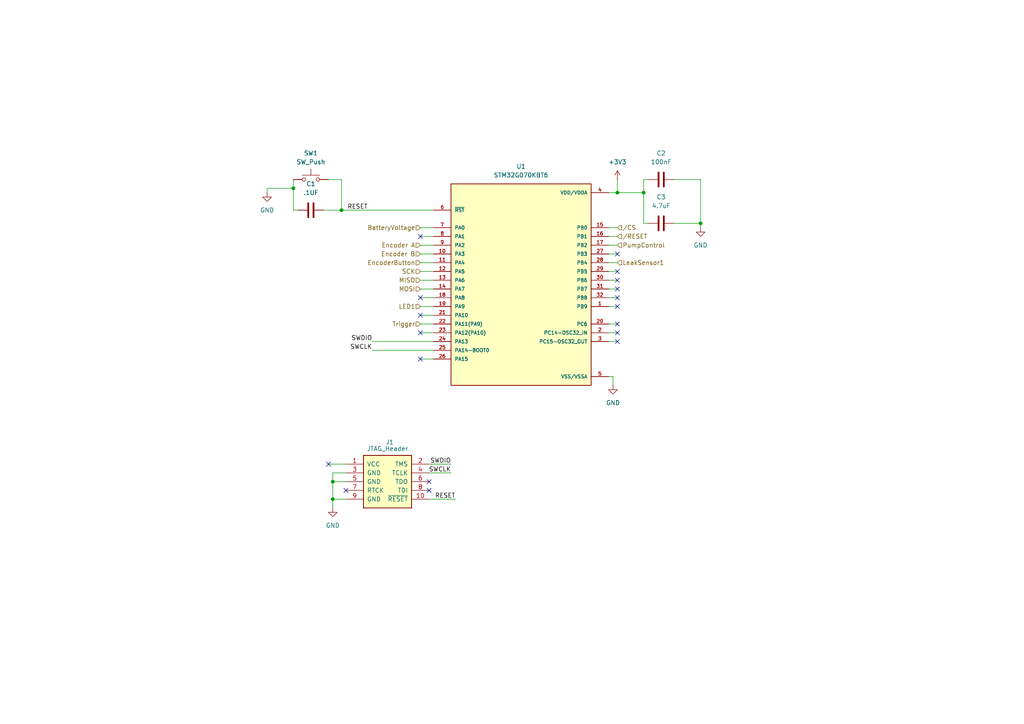
<source format=kicad_sch>
(kicad_sch (version 20250114) (generator "eeschema") (generator_version "9.0")
  (paper "A4")
  (lib_symbols
    (symbol "Connector_ISC:JTAG_header" (pin_names (offset 1.016))
      (property "Reference" "J" (at -5.08 -2.54 0))
      (property "Value" "JTAG_header" (at 0 -21.59 0))
      (symbol "JTAG_header_0_1"
        (rectangle (start -6.35 -3.81) (end 7.62 -19.05) (stroke (width 0.254)) (fill (type background)))
      )
      (symbol "JTAG_header_1_1"
        (pin passive line (at -11.43 -6.35 0) (length 5.08) (name "VCC") (number "1"))
        (pin passive line (at -11.43 -8.89 0) (length 5.08) (name "GND") (number "3"))
        (pin passive line (at -11.43 -11.43 0) (length 5.08) (name "GND") (number "5"))
        (pin passive line (at -11.43 -13.97 0) (length 5.08) (name "RTCK") (number "7"))
        (pin passive line (at -11.43 -16.51 0) (length 5.08) (name "GND") (number "9"))
        (pin passive line (at 12.7 -6.35 180) (length 5.08) (name "TMS") (number "2"))
        (pin passive line (at 12.7 -8.89 180) (length 5.08) (name "TCLK") (number "4"))
        (pin passive line (at 12.7 -11.43 180) (length 5.08) (name "TDO") (number "6"))
        (pin passive line (at 12.7 -13.97 180) (length 5.08) (name "TDI") (number "8"))
        (pin passive line (at 12.7 -16.51 180) (length 5.08) (name "~{RESET}") (number "10"))
      )
    )
    (symbol "Device:C" (pin_numbers (hide yes)) (pin_names (offset 0.254))
      (property "Reference" "C" (at 0.635 2.54 0))
      (property "Value" "C" (at 0.635 -2.54 0))
      (symbol "C_0_1"
        (polyline (pts (xy -2.032 0.762) (xy 2.032 0.762)) (stroke (width 0.508)))
        (polyline (pts (xy -2.032 -0.762) (xy 2.032 -0.762)) (stroke (width 0.508)))
      )
      (symbol "C_1_1"
        (pin passive line (at 0 3.81 270) (length 2.794) (name "~") (number "1"))
        (pin passive line (at 0 -3.81 90) (length 2.794) (name "~") (number "2"))
      )
    )
    (symbol "Switch:SW_Push" (pin_numbers (hide yes)) (pin_names (offset 1.016) (hide yes))
      (property "Reference" "SW" (at 1.27 2.54 0))
      (property "Value" "SW_Push" (at 0 -1.524 0))
      (symbol "SW_Push_0_1"
        (circle (center -2.032 0) (radius 0.508))
        (polyline (pts (xy 0 1.27) (xy 0 3.048)))
        (circle (center 2.032 0) (radius 0.508))
        (polyline (pts (xy 2.54 1.27) (xy -2.54 1.27)))
        (pin passive line (at -5.08 0 0) (length 2.54) (name "1") (number "1"))
        (pin passive line (at 5.08 0 180) (length 2.54) (name "2") (number "2"))
      )
    )
    (symbol "WaterBlaster:STM32G070KBT6" (pin_names (offset 1.016))
      (property "Reference" "U" (at -20.32 28.702 0))
      (property "Value" "STM32G070KBT6" (at -20.32 -33.02 0))
      (symbol "STM32G070KBT6_0_0"
        (rectangle (start -20.32 -30.48) (end 20.32 27.94) (stroke (width 0.254)) (fill (type background)))
        (pin bidirectional line (at -25.4 20.32 0) (length 5.08) (name "~{RST}") (number "6"))
        (pin bidirectional line (at -25.4 15.24 0) (length 5.08) (name "PA0") (number "7"))
        (pin bidirectional line (at -25.4 12.7 0) (length 5.08) (name "PA1") (number "8"))
        (pin bidirectional line (at -25.4 10.16 0) (length 5.08) (name "PA2") (number "9"))
        (pin bidirectional line (at -25.4 7.62 0) (length 5.08) (name "PA3") (number "10"))
        (pin bidirectional line (at -25.4 5.08 0) (length 5.08) (name "PA4") (number "11"))
        (pin bidirectional line (at -25.4 2.54 0) (length 5.08) (name "PA5") (number "12"))
        (pin bidirectional line (at -25.4 0 0) (length 5.08) (name "PA6") (number "13"))
        (pin bidirectional line (at -25.4 -2.54 0) (length 5.08) (name "PA7") (number "14"))
        (pin bidirectional line (at -25.4 -5.08 0) (length 5.08) (name "PA8") (number "18"))
        (pin bidirectional line (at -25.4 -7.62 0) (length 5.08) (name "PA9") (number "19"))
        (pin bidirectional line (at -25.4 -10.16 0) (length 5.08) (name "PA10") (number "21"))
        (pin bidirectional line (at -25.4 -12.7 0) (length 5.08) (name "PA11(PA9)") (number "22"))
        (pin bidirectional line (at -25.4 -15.24 0) (length 5.08) (name "PA12(PA10)") (number "23"))
        (pin bidirectional line (at -25.4 -17.78 0) (length 5.08) (name "PA13") (number "24"))
        (pin bidirectional line (at -25.4 -20.32 0) (length 5.08) (name "PA14-BOOT0") (number "25"))
        (pin bidirectional line (at -25.4 -22.86 0) (length 5.08) (name "PA15") (number "26"))
        (pin power_in line (at 25.4 25.4 180) (length 5.08) (name "VDD/VDDA") (number "4"))
        (pin bidirectional line (at 25.4 15.24 180) (length 5.08) (name "PB0") (number "15"))
        (pin bidirectional line (at 25.4 12.7 180) (length 5.08) (name "PB1") (number "16"))
        (pin bidirectional line (at 25.4 10.16 180) (length 5.08) (name "PB2") (number "17"))
        (pin bidirectional line (at 25.4 7.62 180) (length 5.08) (name "PB3") (number "27"))
        (pin bidirectional line (at 25.4 5.08 180) (length 5.08) (name "PB4") (number "28"))
        (pin bidirectional line (at 25.4 2.54 180) (length 5.08) (name "PB5") (number "29"))
        (pin bidirectional line (at 25.4 0 180) (length 5.08) (name "PB6") (number "30"))
        (pin bidirectional line (at 25.4 -2.54 180) (length 5.08) (name "PB7") (number "31"))
        (pin bidirectional line (at 25.4 -5.08 180) (length 5.08) (name "PB8") (number "32"))
        (pin bidirectional line (at 25.4 -7.62 180) (length 5.08) (name "PB9") (number "1"))
        (pin bidirectional line (at 25.4 -12.7 180) (length 5.08) (name "PC6") (number "20"))
        (pin bidirectional line (at 25.4 -15.24 180) (length 5.08) (name "PC14-OSC32_IN") (number "2"))
        (pin bidirectional line (at 25.4 -17.78 180) (length 5.08) (name "PC15-OSC32_OUT") (number "3"))
        (pin power_in line (at 25.4 -27.94 180) (length 5.08) (name "VSS/VSSA") (number "5"))
      )
    )
    (symbol "power:+3V3" (power) (pin_numbers (hide yes)) (pin_names (offset 0) (hide yes))
      (property "Value" "+3V3" (at 0 3.556 0))
      (symbol "+3V3_0_1"
        (polyline (pts (xy -0.762 1.27) (xy 0 2.54)))
        (polyline (pts (xy 0 2.54) (xy 0.762 1.27)))
        (polyline (pts (xy 0 0) (xy 0 2.54)))
      )
      (symbol "+3V3_1_1"
        (pin power_in line (at 0 0 90) (length 0) (name "~") (number "1"))
      )
    )
    (symbol "power:GND" (power) (pin_numbers (hide yes)) (pin_names (offset 0) (hide yes))
      (property "Value" "GND" (at 0 -3.81 0))
      (symbol "GND_0_1"
        (polyline (pts (xy 0 0) (xy 0 -1.27) (xy 1.27 -1.27) (xy 0 -2.54) (xy -1.27 -1.27) (xy 0 -1.27)))
      )
      (symbol "GND_1_1"
        (pin power_in line (at 0 0 270) (length 0) (name "~") (number "1"))
      )
    )
  )
  (junction (at 96.52 144.78))
  (junction (at 203.2 64.77))
  (junction (at 186.69 55.88))
  (junction (at 179.07 55.88))
  (junction (at 96.52 139.7))
  (junction (at 99.06 60.96))
  (junction (at 85.09 54.61))
  (no_connect (at 121.92 96.52))
  (no_connect (at 179.07 86.36))
  (no_connect (at 179.07 83.82))
  (no_connect (at 179.07 81.28))
  (no_connect (at 179.07 78.74))
  (no_connect (at 179.07 93.98))
  (no_connect (at 121.92 68.58))
  (no_connect (at 179.07 73.66))
  (no_connect (at 124.46 142.24))
  (no_connect (at 121.92 86.36))
  (no_connect (at 95.25 134.62))
  (no_connect (at 121.92 104.14))
  (no_connect (at 179.07 88.9))
  (no_connect (at 121.92 91.44))
  (no_connect (at 124.46 139.7))
  (no_connect (at 179.07 96.52))
  (no_connect (at 179.07 99.06))
  (no_connect (at 100.33 142.24))
  (wire (pts (xy 121.92 93.98) (xy 125.73 93.98)))
  (wire (pts (xy 96.52 144.78) (xy 96.52 147.32)))
  (wire (pts (xy 176.53 96.52) (xy 179.07 96.52)))
  (wire (pts (xy 186.69 64.77) (xy 186.69 55.88)))
  (wire (pts (xy 176.53 76.2) (xy 179.07 76.2)))
  (wire (pts (xy 99.06 60.96) (xy 125.73 60.96)))
  (wire (pts (xy 121.92 76.2) (xy 125.73 76.2)))
  (wire (pts (xy 177.8 109.22) (xy 177.8 111.76)))
  (wire (pts (xy 176.53 81.28) (xy 179.07 81.28)))
  (wire (pts (xy 77.47 54.61) (xy 77.47 55.88)))
  (wire (pts (xy 176.53 83.82) (xy 179.07 83.82)))
  (wire (pts (xy 96.52 139.7) (xy 96.52 144.78)))
  (wire (pts (xy 186.69 52.07) (xy 186.69 55.88)))
  (wire (pts (xy 179.07 55.88) (xy 186.69 55.88)))
  (wire (pts (xy 77.47 54.61) (xy 85.09 54.61)))
  (wire (pts (xy 176.53 88.9) (xy 179.07 88.9)))
  (wire (pts (xy 96.52 137.16) (xy 96.52 139.7)))
  (wire (pts (xy 121.92 73.66) (xy 125.73 73.66)))
  (wire (pts (xy 121.92 104.14) (xy 125.73 104.14)))
  (wire (pts (xy 100.33 144.78) (xy 96.52 144.78)))
  (wire (pts (xy 121.92 71.12) (xy 125.73 71.12)))
  (wire (pts (xy 176.53 73.66) (xy 179.07 73.66)))
  (wire (pts (xy 85.09 52.07) (xy 85.09 54.61)))
  (wire (pts (xy 195.58 52.07) (xy 203.2 52.07)))
  (wire (pts (xy 176.53 71.12) (xy 179.07 71.12)))
  (wire (pts (xy 100.33 139.7) (xy 96.52 139.7)))
  (wire (pts (xy 176.53 55.88) (xy 179.07 55.88)))
  (wire (pts (xy 186.69 52.07) (xy 187.96 52.07)))
  (wire (pts (xy 121.92 78.74) (xy 125.73 78.74)))
  (wire (pts (xy 176.53 86.36) (xy 179.07 86.36)))
  (wire (pts (xy 179.07 52.07) (xy 179.07 55.88)))
  (wire (pts (xy 107.95 101.6) (xy 125.73 101.6)))
  (wire (pts (xy 85.09 60.96) (xy 85.09 54.61)))
  (wire (pts (xy 121.92 86.36) (xy 125.73 86.36)))
  (wire (pts (xy 124.46 134.62) (xy 130.81 134.62)))
  (wire (pts (xy 107.95 99.06) (xy 125.73 99.06)))
  (wire (pts (xy 124.46 144.78) (xy 132.08 144.78)))
  (wire (pts (xy 176.53 93.98) (xy 179.07 93.98)))
  (wire (pts (xy 203.2 64.77) (xy 203.2 66.04)))
  (wire (pts (xy 99.06 60.96) (xy 99.06 52.07)))
  (wire (pts (xy 121.92 88.9) (xy 125.73 88.9)))
  (wire (pts (xy 100.33 137.16) (xy 96.52 137.16)))
  (wire (pts (xy 195.58 64.77) (xy 203.2 64.77)))
  (wire (pts (xy 93.98 60.96) (xy 99.06 60.96)))
  (wire (pts (xy 86.36 60.96) (xy 85.09 60.96)))
  (wire (pts (xy 121.92 96.52) (xy 125.73 96.52)))
  (wire (pts (xy 121.92 83.82) (xy 125.73 83.82)))
  (wire (pts (xy 121.92 66.04) (xy 125.73 66.04)))
  (wire (pts (xy 99.06 52.07) (xy 95.25 52.07)))
  (wire (pts (xy 176.53 66.04) (xy 179.07 66.04)))
  (wire (pts (xy 121.92 81.28) (xy 125.73 81.28)))
  (wire (pts (xy 176.53 99.06) (xy 179.07 99.06)))
  (wire (pts (xy 121.92 68.58) (xy 125.73 68.58)))
  (wire (pts (xy 124.46 137.16) (xy 130.81 137.16)))
  (wire (pts (xy 176.53 78.74) (xy 179.07 78.74)))
  (wire (pts (xy 176.53 68.58) (xy 179.07 68.58)))
  (wire (pts (xy 203.2 52.07) (xy 203.2 64.77)))
  (wire (pts (xy 176.53 109.22) (xy 177.8 109.22)))
  (wire (pts (xy 121.92 91.44) (xy 125.73 91.44)))
  (wire (pts (xy 186.69 64.77) (xy 187.96 64.77)))
  (wire (pts (xy 95.25 134.62) (xy 100.33 134.62)))
  (label "RESET" (at 132.08 144.78 180))
  (label "SWDIO" (at 107.95 99.06 180))
  (label "SWCLK" (at 107.95 101.6 180))
  (label "RESET" (at 106.68 60.96 180))
  (label "SWDIO" (at 130.81 134.62 180))
  (label "SWCLK" (at 130.81 137.16 180))
  (hierarchical_label "MOSI" (shape input) (at 121.92 83.82 180))
  (hierarchical_label "SCK" (shape input) (at 121.92 78.74 180))
  (hierarchical_label "MISO" (shape input) (at 121.92 81.28 180))
  (hierarchical_label "Encoder A" (shape input) (at 121.92 71.12 180))
  (hierarchical_label "{slash}RESET" (shape input) (at 179.07 68.58 0))
  (hierarchical_label "Encoder B" (shape input) (at 121.92 73.66 180))
  (hierarchical_label "LED1" (shape input) (at 121.92 88.9 180))
  (hierarchical_label "{slash}CS" (shape input) (at 179.07 66.04 0))
  (hierarchical_label "Trigger" (shape input) (at 121.92 93.98 180))
  (hierarchical_label "PumpControl" (shape input) (at 179.07 71.12 0))
  (hierarchical_label "BatteryVoltage" (shape input) (at 121.92 66.04 180))
  (hierarchical_label "EncoderButton" (shape input) (at 121.92 76.2 180))
  (hierarchical_label "LeakSensor1" (shape input) (at 179.07 76.2 0))
  (symbol (lib_id "WaterBlaster:STM32G070KBT6") (at 151.13 81.28 0) (unit 1)
    (property "Reference" "U1" (at 151.13 48.26 0))
    (property "Value" "STM32G070KBT6" (at 151.13 50.8 0))
    (property "Footprint" "Package_QFP:LQFP-32_7x7mm_P0.8mm" (effects (hide yes)))
    (property "PARTREV" "2" (effects (hide yes)))
    (property "STANDARD" "IPC-7351B" (effects (hide yes)))
    (property "MAXIMUM_PACKAGE_HEIGHT" "1.6mm" (effects (hide yes)))
    (property "MANUFACTURER" "STMicroelectronics" (effects (hide yes)))
  )
  (symbol (lib_id "power:GND") (at 96.52 147.32 0) (unit 1)
    (property "Reference" "#PWR02" (effects (hide yes)))
    (property "Value" "GND" (at 96.52 152.4 0))
  )
  (symbol (lib_id "power:GND") (at 77.47 55.88 0) (unit 1)
    (property "Reference" "#PWR01" (effects (hide yes)))
    (property "Value" "GND" (at 77.47 60.96 0))
  )
  (symbol (lib_id "power:GND") (at 177.8 111.76 0) (unit 1)
    (property "Reference" "#PWR03" (effects (hide yes)))
    (property "Value" "GND" (at 177.8 116.84 0))
  )
  (symbol (lib_id "Device:C") (at 191.77 52.07 90) (unit 1)
    (property "Reference" "C2" (at 191.77 44.45 90))
    (property "Value" "100nF" (at 191.77 46.99 90))
    (property "Footprint" "Capacitor_SMD:C_0603_1608Metric_Pad1.08x0.95mm_HandSolder" (effects (hide yes)))
  )
  (symbol (lib_id "Device:C") (at 191.77 64.77 90) (unit 1)
    (property "Reference" "C3" (at 191.77 57.15 90))
    (property "Value" "4.7uF" (at 191.77 59.69 90))
    (property "Footprint" "Capacitor_SMD:C_0603_1608Metric_Pad1.08x0.95mm_HandSolder" (effects (hide yes)))
  )
  (symbol (lib_id "Connector_ISC:JTAG_header") (at 111.76 128.27 0) (unit 1)
    (property "Reference" "J1" (at 113.03 128.27 0))
    (property "Value" "JTAG_Header" (at 112.395 130.1496 0))
    (property "Footprint" "WaterBlaster:CONN_3220-10-0100-00_CNC" (effects (hide yes)))
    (property "Note" "JTAG_header" (effects (hide yes)))
    (property "MPN" "3220-10-0100-00" (effects (hide yes)))
  )
  (symbol (lib_id "power:GND") (at 203.2 66.04 0) (unit 1)
    (property "Reference" "#PWR05" (effects (hide yes)))
    (property "Value" "GND" (at 203.2 71.12 0))
  )
  (symbol (lib_id "Switch:SW_Push") (at 90.17 52.07 0) (unit 1)
    (property "Reference" "SW1" (at 90.17 44.45 0))
    (property "Value" "SW_Push" (at 90.17 46.99 0))
    (property "Footprint" "WaterBlaster:PTS645SL43SMTR92LFS_CNK" (effects (hide yes)))
  )
  (symbol (lib_id "power:+3V3") (at 179.07 52.07 0) (unit 1)
    (property "Reference" "#PWR04" (effects (hide yes)))
    (property "Value" "+3V3" (at 179.07 46.99 0))
  )
  (symbol (lib_id "Device:C") (at 90.17 60.96 270) (unit 1)
    (property "Reference" "C1" (at 90.17 53.34 90))
    (property "Value" ".1UF" (at 90.17 55.88 90))
    (property "Footprint" "Capacitor_SMD:C_0603_1608Metric_Pad1.08x0.95mm_HandSolder" (effects (hide yes)))
  )
)
</source>
